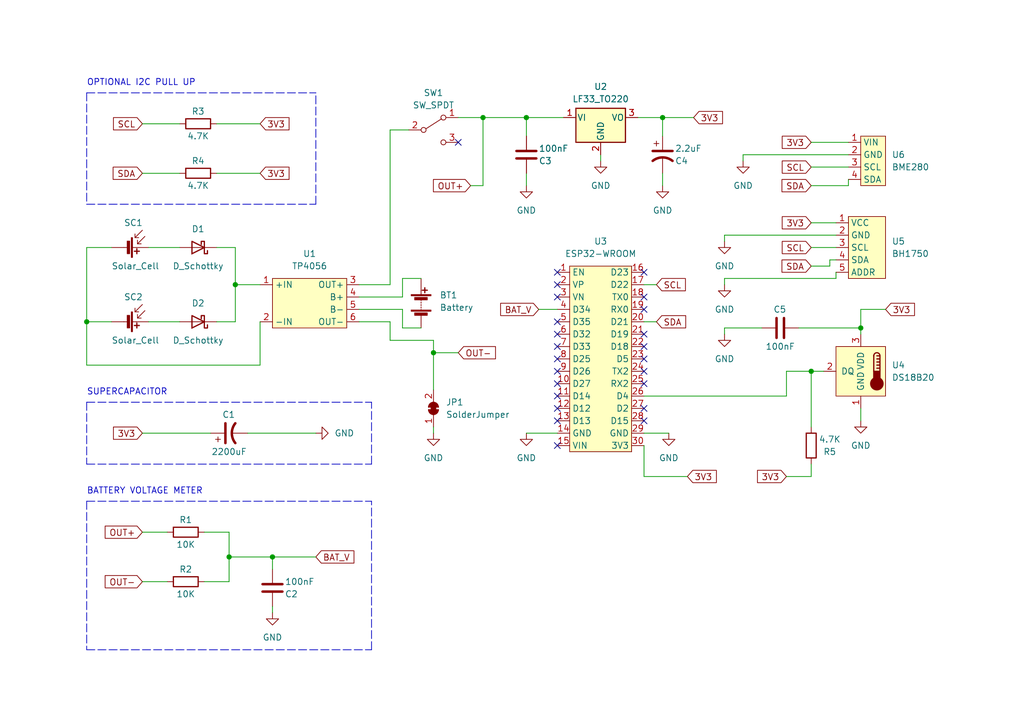
<source format=kicad_sch>
(kicad_sch (version 20211123) (generator eeschema)
  (paper "A5")
  (title_block (title "Meteo Station") (date "2022-01-24") (rev "1.0") (company "Author: alicja.space"))
  (lib_symbols
    (symbol "Device:Battery" (pin_numbers hide) (pin_names (offset 0) hide)
      (property "Reference" "BT" (at 2.54 2.54 0))
      (property "Value" "Battery" (at 2.54 0 0))
      (symbol "Battery_0_1"
        (rectangle (start -2.032 -1.397) (end 2.032 -1.651) (fill (type outline)))
        (rectangle (start -2.032 1.778) (end 2.032 1.524) (fill (type outline)))
        (rectangle (start -1.3208 -1.9812) (end 1.27 -2.4892) (fill (type outline)))
        (rectangle (start -1.3208 1.1938) (end 1.27 0.6858) (fill (type outline)))
        (polyline (pts (xy 0 -1.524) (xy 0 -1.27)))
        (polyline (pts (xy 0 -1.016) (xy 0 -0.762)))
        (polyline (pts (xy 0 -0.508) (xy 0 -0.254)))
        (polyline (pts (xy 0 0) (xy 0 0.254)))
        (polyline (pts (xy 0 0.508) (xy 0 0.762)))
        (polyline (pts (xy 0 1.778) (xy 0 2.54)))
        (polyline (pts (xy 0.254 2.667) (xy 1.27 2.667)) (stroke (width 0.254)))
        (polyline (pts (xy 0.762 3.175) (xy 0.762 2.159)) (stroke (width 0.254)))
      )
      (symbol "Battery_1_1"
        (pin passive line (at 0 5.08 270) (length 2.54) (name "+") (number "1"))
        (pin passive line (at 0 -5.08 90) (length 2.54) (name "-") (number "2"))
      )
    )
    (symbol "Device:C" (pin_numbers hide) (pin_names (offset 0.254))
      (property "Reference" "C" (at 0.635 2.54 0))
      (property "Value" "C" (at 0.635 -2.54 0))
      (symbol "C_0_1"
        (polyline (pts (xy -2.032 -0.762) (xy 2.032 -0.762)) (stroke (width 0.508)))
        (polyline (pts (xy -2.032 0.762) (xy 2.032 0.762)) (stroke (width 0.508)))
      )
      (symbol "C_1_1"
        (pin passive line (at 0 3.81 270) (length 2.794) (name "~") (number "1"))
        (pin passive line (at 0 -3.81 90) (length 2.794) (name "~") (number "2"))
      )
    )
    (symbol "Device:C_Polarized_US" (pin_numbers hide) (pin_names (offset 0.254) hide)
      (property "Reference" "C" (at 0.635 2.54 0))
      (property "Value" "C_Polarized_US" (at 0.635 -2.54 0))
      (symbol "C_Polarized_US_0_1"
        (polyline (pts (xy -2.032 0.762) (xy 2.032 0.762)) (stroke (width 0.508)))
        (polyline (pts (xy -1.778 2.286) (xy -0.762 2.286)))
        (polyline (pts (xy -1.27 1.778) (xy -1.27 2.794)))
        (arc (start 2.032 -1.27) (mid 0 -0.5572) (end -2.032 -1.27) (stroke (width 0.508)))
      )
      (symbol "C_Polarized_US_1_1"
        (pin passive line (at 0 3.81 270) (length 2.794) (name "~") (number "1"))
        (pin passive line (at 0 -3.81 90) (length 3.302) (name "~") (number "2"))
      )
    )
    (symbol "Device:D_Schottky" (pin_numbers hide) (pin_names (offset 1.016) hide)
      (property "Reference" "D" (at 0 2.54 0))
      (property "Value" "D_Schottky" (at 0 -2.54 0))
      (symbol "D_Schottky_0_1"
        (polyline (pts (xy 1.27 0) (xy -1.27 0)))
        (polyline (pts (xy 1.27 1.27) (xy 1.27 -1.27) (xy -1.27 0) (xy 1.27 1.27)) (stroke (width 0.254)))
        (polyline (pts (xy -1.905 0.635) (xy -1.905 1.27) (xy -1.27 1.27) (xy -1.27 -1.27) (xy -0.635 -1.27) (xy -0.635 -0.635)) (stroke (width 0.254)))
      )
      (symbol "D_Schottky_1_1"
        (pin passive line (at -3.81 0 0) (length 2.54) (name "K") (number "1"))
        (pin passive line (at 3.81 0 180) (length 2.54) (name "A") (number "2"))
      )
    )
    (symbol "Device:R" (pin_numbers hide) (pin_names (offset 0))
      (property "Reference" "R" (at 2.032 0 90))
      (property "Value" "R" (at 0 0 90))
      (symbol "R_0_1"
        (rectangle (start -1.016 -2.54) (end 1.016 2.54) (stroke (width 0.254)))
      )
      (symbol "R_1_1"
        (pin passive line (at 0 3.81 270) (length 1.27) (name "~") (number "1"))
        (pin passive line (at 0 -3.81 90) (length 1.27) (name "~") (number "2"))
      )
    )
    (symbol "Device:Solar_Cell" (pin_numbers hide) (pin_names (offset 0) hide)
      (property "Reference" "SC" (at 2.54 2.54 0))
      (property "Value" "Solar_Cell" (at 2.54 0 0))
      (symbol "Solar_Cell_0_1"
        (rectangle (start -2.032 1.778) (end 2.032 1.524) (fill (type outline)))
        (rectangle (start -1.3208 1.1938) (end 1.27 0.6858) (fill (type outline)))
        (polyline (pts (xy -2.032 2.286) (xy -3.556 3.81)))
        (polyline (pts (xy -0.762 2.794) (xy -2.286 4.318)))
        (polyline (pts (xy 0 0.762) (xy 0 0)))
        (polyline (pts (xy 0 1.778) (xy 0 2.54)))
        (polyline (pts (xy 0.254 2.667) (xy 1.27 2.667)) (stroke (width 0.254)))
        (polyline (pts (xy 0.762 3.175) (xy 0.762 2.159)) (stroke (width 0.254)))
        (polyline (pts (xy -2.032 3.048) (xy -2.032 2.286) (xy -2.794 2.286)))
        (polyline (pts (xy -0.762 3.556) (xy -0.762 2.794) (xy -1.524 2.794)))
      )
      (symbol "Solar_Cell_1_1"
        (pin passive line (at 0 5.08 270) (length 2.54) (name "+") (number "1"))
        (pin passive line (at 0 -2.54 90) (length 2.54) (name "-") (number "2"))
      )
    )
    (symbol "Jumper:SolderJumper_2_Bridged" (pin_names (offset 0) hide)
      (property "Reference" "JP" (at 0 2.032 0))
      (property "Value" "SolderJumper_2_Bridged" (at 0 -2.54 0))
      (symbol "SolderJumper_2_Bridged_0_1"
        (rectangle (start -0.508 0.508) (end 0.508 -0.508) (fill (type outline)))
        (arc (start -0.254 1.016) (mid -1.27 0) (end -0.254 -1.016))
        (arc (start -0.254 1.016) (mid -1.27 0) (end -0.254 -1.016) (fill (type outline)))
        (polyline (pts (xy -0.254 1.016) (xy -0.254 -1.016)))
        (polyline (pts (xy 0.254 1.016) (xy 0.254 -1.016)))
        (arc (start 0.254 -1.016) (mid 1.27 0) (end 0.254 1.016))
        (arc (start 0.254 -1.016) (mid 1.27 0) (end 0.254 1.016) (fill (type outline)))
      )
      (symbol "SolderJumper_2_Bridged_1_1"
        (pin passive line (at -3.81 0 0) (length 2.54) (name "A") (number "1"))
        (pin passive line (at 3.81 0 180) (length 2.54) (name "B") (number "2"))
      )
    )
    (symbol "Switch:SW_SPDT" (pin_names (offset 0) hide)
      (property "Reference" "SW" (at 0 4.318 0))
      (property "Value" "SW_SPDT" (at 0 -5.08 0))
      (symbol "SW_SPDT_0_0"
        (circle (center -2.032 0) (radius 0.508))
        (circle (center 2.032 -2.54) (radius 0.508))
      )
      (symbol "SW_SPDT_0_1"
        (polyline (pts (xy -1.524 0.254) (xy 1.651 2.286)))
        (circle (center 2.032 2.54) (radius 0.508))
      )
      (symbol "SW_SPDT_1_1"
        (pin passive line (at 5.08 2.54 180) (length 2.54) (name "A") (number "1"))
        (pin passive line (at -5.08 0 0) (length 2.54) (name "B") (number "2"))
        (pin passive line (at 5.08 -2.54 180) (length 2.54) (name "C") (number "3"))
      )
    )
    (symbol "meteo_station_symbols:BH1750"
      (property "Reference" "U" (at 0 8.89 0))
      (property "Value" "BH1750" (at 0 6.35 0))
      (symbol "BH1750_0_1"
        (rectangle (start -3.81 3.81) (end 3.81 -8.89) (fill (type background)))
      )
      (symbol "BH1750_1_1"
        (pin power_in line (at -6.35 2.54 0) (length 2.54) (name "VCC") (number "1"))
        (pin power_in line (at -6.35 0 0) (length 2.54) (name "GND") (number "2"))
        (pin bidirectional line (at -6.35 -2.54 0) (length 2.54) (name "SCL") (number "3"))
        (pin bidirectional line (at -6.35 -5.08 0) (length 2.54) (name "SDA") (number "4"))
        (pin passive line (at -6.35 -7.62 0) (length 2.54) (name "ADDR") (number "5"))
      )
    )
    (symbol "meteo_station_symbols:BME280"
      (property "Reference" "U" (at 0 7.62 0))
      (property "Value" "BME280" (at 0 5.08 0))
      (symbol "BME280_0_1"
        (rectangle (start -2.54 2.54) (end 2.54 -7.62) (fill (type background)))
      )
      (symbol "BME280_1_1"
        (pin power_in line (at 5.08 1.27 180) (length 2.54) (name "VIN") (number "1"))
        (pin power_in line (at 5.08 -1.27 180) (length 2.54) (name "GND") (number "2"))
        (pin bidirectional line (at 5.08 -3.81 180) (length 2.54) (name "SCL") (number "3"))
        (pin bidirectional line (at 5.08 -6.35 180) (length 2.54) (name "SDA") (number "4"))
      )
    )
    (symbol "meteo_station_symbols:DS18B20" (pin_names (offset 1.016))
      (property "Reference" "U" (at -3.81 6.35 0))
      (property "Value" "DS18B20" (at 6.35 6.35 0))
      (symbol "DS18B20_0_1"
        (rectangle (start -5.08 5.08) (end 5.08 -5.08) (fill (type background)))
        (circle (center -3.302 -2.54) (radius 1.27) (stroke (width 0.254)) (fill (type outline)))
        (rectangle (start -2.667 -1.905) (end -3.937 0) (stroke (width 0.254)) (fill (type outline)))
        (arc (start -2.667 3.175) (mid -3.302 3.81) (end -3.937 3.175) (stroke (width 0.254)))
        (polyline (pts (xy -3.937 0.635) (xy -3.302 0.635)) (stroke (width 0.254)))
        (polyline (pts (xy -3.937 1.27) (xy -3.302 1.27)) (stroke (width 0.254)))
        (polyline (pts (xy -3.937 1.905) (xy -3.302 1.905)) (stroke (width 0.254)))
        (polyline (pts (xy -3.937 2.54) (xy -3.302 2.54)) (stroke (width 0.254)))
        (polyline (pts (xy -3.937 3.175) (xy -3.937 0)) (stroke (width 0.254)))
        (polyline (pts (xy -3.937 3.175) (xy -3.302 3.175)) (stroke (width 0.254)))
        (polyline (pts (xy -2.667 3.175) (xy -2.667 0)) (stroke (width 0.254)))
      )
      (symbol "DS18B20_1_1"
        (pin power_in line (at 0 -7.62 90) (length 2.54) (name "GND") (number "1"))
        (pin bidirectional line (at 7.62 0 180) (length 2.54) (name "DQ") (number "2"))
        (pin power_in line (at 0 7.62 270) (length 2.54) (name "VDD") (number "3"))
      )
    )
    (symbol "meteo_station_symbols:ESP32-WROOM"
      (property "Reference" "U" (at 0 12.7 0))
      (property "Value" "ESP32-WROOM" (at 0 10.16 0))
      (symbol "ESP32-WROOM_0_1"
        (rectangle (start -6.35 6.35) (end 6.35 -31.75) (fill (type background)))
      )
      (symbol "ESP32-WROOM_1_1"
        (pin bidirectional line (at -8.89 5.08 0) (length 2.54) (name "EN") (number "1"))
        (pin bidirectional line (at -8.89 -17.78 0) (length 2.54) (name "D27") (number "10"))
        (pin bidirectional line (at -8.89 -20.32 0) (length 2.54) (name "D14") (number "11"))
        (pin bidirectional line (at -8.89 -22.86 0) (length 2.54) (name "D12") (number "12"))
        (pin bidirectional line (at -8.89 -25.4 0) (length 2.54) (name "D13") (number "13"))
        (pin passive line (at -8.89 -27.94 0) (length 2.54) (name "GND") (number "14"))
        (pin passive line (at -8.89 -30.48 0) (length 2.54) (name "VIN") (number "15"))
        (pin bidirectional line (at 8.89 5.08 180) (length 2.54) (name "D23") (number "16"))
        (pin bidirectional line (at 8.89 2.54 180) (length 2.54) (name "D22") (number "17"))
        (pin bidirectional line (at 8.89 0 180) (length 2.54) (name "TX0") (number "18"))
        (pin bidirectional line (at 8.89 -2.54 180) (length 2.54) (name "RX0") (number "19"))
        (pin bidirectional line (at -8.89 2.54 0) (length 2.54) (name "VP") (number "2"))
        (pin bidirectional line (at 8.89 -5.08 180) (length 2.54) (name "D21") (number "20"))
        (pin bidirectional line (at 8.89 -7.62 180) (length 2.54) (name "D19") (number "21"))
        (pin bidirectional line (at 8.89 -10.16 180) (length 2.54) (name "D18") (number "22"))
        (pin bidirectional line (at 8.89 -12.7 180) (length 2.54) (name "D5") (number "23"))
        (pin bidirectional line (at 8.89 -15.24 180) (length 2.54) (name "TX2") (number "24"))
        (pin bidirectional line (at 8.89 -17.78 180) (length 2.54) (name "RX2") (number "25"))
        (pin bidirectional line (at 8.89 -20.32 180) (length 2.54) (name "D4") (number "26"))
        (pin bidirectional line (at 8.89 -22.86 180) (length 2.54) (name "D2") (number "27"))
        (pin bidirectional line (at 8.89 -25.4 180) (length 2.54) (name "D15") (number "28"))
        (pin power_in line (at 8.89 -27.94 180) (length 2.54) (name "GND") (number "29"))
        (pin bidirectional line (at -8.89 0 0) (length 2.54) (name "VN") (number "3"))
        (pin power_out line (at 8.89 -30.48 180) (length 2.54) (name "3V3") (number "30"))
        (pin bidirectional line (at -8.89 -2.54 0) (length 2.54) (name "D34") (number "4"))
        (pin bidirectional line (at -8.89 -5.08 0) (length 2.54) (name "D35") (number "5"))
        (pin bidirectional line (at -8.89 -7.62 0) (length 2.54) (name "D32") (number "6"))
        (pin bidirectional line (at -8.89 -10.16 0) (length 2.54) (name "D33") (number "7"))
        (pin bidirectional line (at -8.89 -12.7 0) (length 2.54) (name "D25") (number "8"))
        (pin bidirectional line (at -8.89 -15.24 0) (length 2.54) (name "D26") (number "9"))
      )
    )
    (symbol "meteo_station_symbols:LF33_TO220" (pin_names (offset 0.254))
      (property "Reference" "U" (at -3.81 3.175 0))
      (property "Value" "LF33_TO220" (at 0 3.175 0))
      (symbol "LF33_TO220_0_1"
        (rectangle (start -5.08 1.905) (end 5.08 -5.08) (stroke (width 0.254)) (fill (type background)))
      )
      (symbol "LF33_TO220_1_1"
        (pin passive line (at -7.62 0 0) (length 2.54) (name "VI") (number "1"))
        (pin power_in line (at 0 -7.62 90) (length 2.54) (name "GND") (number "2"))
        (pin passive line (at 7.62 0 180) (length 2.54) (name "VO") (number "3"))
      )
    )
    (symbol "meteo_station_symbols:TP4056"
      (property "Reference" "U" (at 0 10.16 0))
      (property "Value" "TP4056" (at 0 7.62 0))
      (symbol "TP4056_0_1"
        (rectangle (start -7.62 5.08) (end 7.62 -5.08) (fill (type background)))
      )
      (symbol "TP4056_1_1"
        (pin passive line (at -10.16 3.81 0) (length 2.54) (name "+IN") (number "1"))
        (pin passive line (at -10.16 -3.81 0) (length 2.54) (name "-IN") (number "2"))
        (pin power_out line (at 10.16 3.81 180) (length 2.54) (name "OUT+") (number "3"))
        (pin power_out line (at 10.16 1.27 180) (length 2.54) (name "B+") (number "4"))
        (pin power_out line (at 10.16 -1.27 180) (length 2.54) (name "B-") (number "5"))
        (pin power_out line (at 10.16 -3.81 180) (length 2.54) (name "OUT-") (number "6"))
      )
    )
    (symbol "power:GND" (power) (pin_names (offset 0))
      (property "Value" "GND" (at 0 -3.81 0))
      (symbol "GND_0_1"
        (polyline (pts (xy 0 0) (xy 0 -1.27) (xy 1.27 -1.27) (xy 0 -2.54) (xy -1.27 -1.27) (xy 0 -1.27)))
      )
      (symbol "GND_1_1"
        (pin power_in line (at 0 0 270) (length 0) hide (name "GND") (number "1"))
      )
    )
  )
  (junction (at 46.99 114.3))
  (junction (at 88.9 72.39))
  (junction (at 48.26 58.42))
  (junction (at 107.95 24.13))
  (junction (at 55.88 114.3))
  (junction (at 17.78 66.04))
  (junction (at 99.06 24.13))
  (junction (at 135.89 24.13))
  (junction (at 166.37 76.2))
  (junction (at 176.53 67.31))
  (no_connect (at 93.98 29.21))
  (no_connect (at 114.3 91.44))
  (no_connect (at 132.08 68.58))
  (no_connect (at 132.08 76.2))
  (no_connect (at 132.08 78.74))
  (no_connect (at 132.08 55.88))
  (no_connect (at 114.3 55.88))
  (no_connect (at 132.08 63.5))
  (no_connect (at 132.08 60.96))
  (no_connect (at 114.3 81.28))
  (no_connect (at 114.3 73.66))
  (no_connect (at 114.3 76.2))
  (no_connect (at 114.3 78.74))
  (no_connect (at 114.3 83.82))
  (no_connect (at 132.08 83.82))
  (no_connect (at 132.08 73.66))
  (no_connect (at 132.08 71.12))
  (no_connect (at 114.3 71.12))
  (no_connect (at 114.3 86.36))
  (no_connect (at 114.3 58.42))
  (no_connect (at 114.3 60.96))
  (no_connect (at 114.3 66.04))
  (no_connect (at 114.3 68.58))
  (no_connect (at 132.08 86.36))
  (polyline (pts (xy 17.78 19.05) (xy 17.78 41.91)))
  (wire (pts (xy 30.48 66.04) (xy 36.83 66.04)))
  (wire (pts (xy 161.29 76.2) (xy 161.29 81.28)))
  (wire (pts (xy 166.37 95.25) (xy 166.37 97.79)))
  (polyline (pts (xy 17.78 19.05) (xy 64.77 19.05)))
  (wire (pts (xy 29.21 35.56) (xy 36.83 35.56)))
  (wire (pts (xy 170.18 53.34) (xy 171.45 53.34)))
  (wire (pts (xy 50.8 88.9) (xy 64.77 88.9)))
  (wire (pts (xy 166.37 54.61) (xy 170.18 54.61)))
  (wire (pts (xy 132.08 66.04) (xy 134.62 66.04)))
  (wire (pts (xy 29.21 25.4) (xy 36.83 25.4)))
  (wire (pts (xy 166.37 29.21) (xy 173.99 29.21)))
  (wire (pts (xy 148.59 67.31) (xy 148.59 68.58)))
  (wire (pts (xy 135.89 24.13) (xy 142.24 24.13)))
  (wire (pts (xy 73.66 60.96) (xy 82.55 60.96)))
  (wire (pts (xy 99.06 24.13) (xy 107.95 24.13)))
  (wire (pts (xy 44.45 25.4) (xy 53.34 25.4)))
  (wire (pts (xy 148.59 67.31) (xy 156.21 67.31)))
  (wire (pts (xy 44.45 66.04) (xy 48.26 66.04)))
  (wire (pts (xy 148.59 57.15) (xy 148.59 58.42)))
  (wire (pts (xy 55.88 114.3) (xy 64.77 114.3)))
  (wire (pts (xy 48.26 58.42) (xy 53.34 58.42)))
  (wire (pts (xy 53.34 66.04) (xy 53.34 74.93)))
  (wire (pts (xy 48.26 50.8) (xy 48.26 58.42)))
  (wire (pts (xy 132.08 88.9) (xy 137.16 88.9)))
  (wire (pts (xy 73.66 66.04) (xy 80.01 66.04)))
  (wire (pts (xy 107.95 24.13) (xy 115.57 24.13)))
  (wire (pts (xy 46.99 109.22) (xy 46.99 114.3)))
  (wire (pts (xy 96.52 38.1) (xy 99.06 38.1)))
  (wire (pts (xy 80.01 26.67) (xy 80.01 58.42)))
  (wire (pts (xy 55.88 124.46) (xy 55.88 125.73)))
  (wire (pts (xy 166.37 34.29) (xy 173.99 34.29)))
  (wire (pts (xy 88.9 72.39) (xy 93.98 72.39)))
  (wire (pts (xy 166.37 50.8) (xy 171.45 50.8)))
  (wire (pts (xy 123.19 31.75) (xy 123.19 33.02)))
  (wire (pts (xy 132.08 97.79) (xy 140.97 97.79)))
  (polyline (pts (xy 76.2 133.35) (xy 76.2 102.87)))
  (polyline (pts (xy 17.78 95.25) (xy 76.2 95.25)))
  (polyline (pts (xy 17.78 102.87) (xy 76.2 102.87)))
  (wire (pts (xy 46.99 119.38) (xy 41.91 119.38)))
  (wire (pts (xy 163.83 67.31) (xy 176.53 67.31)))
  (polyline (pts (xy 17.78 41.91) (xy 64.77 41.91)))
  (wire (pts (xy 80.01 66.04) (xy 80.01 69.85)))
  (wire (pts (xy 82.55 57.15) (xy 86.36 57.15)))
  (wire (pts (xy 41.91 109.22) (xy 46.99 109.22)))
  (wire (pts (xy 135.89 27.94) (xy 135.89 24.13)))
  (wire (pts (xy 17.78 74.93) (xy 17.78 66.04)))
  (wire (pts (xy 166.37 38.1) (xy 173.99 38.1)))
  (wire (pts (xy 88.9 72.39) (xy 88.9 80.01)))
  (wire (pts (xy 73.66 63.5) (xy 82.55 63.5)))
  (polyline (pts (xy 17.78 102.87) (xy 17.78 133.35)))
  (polyline (pts (xy 17.78 133.35) (xy 76.2 133.35)))
  (wire (pts (xy 29.21 88.9) (xy 43.18 88.9)))
  (wire (pts (xy 73.66 58.42) (xy 80.01 58.42)))
  (wire (pts (xy 176.53 83.82) (xy 176.53 86.36)))
  (wire (pts (xy 17.78 66.04) (xy 22.86 66.04)))
  (wire (pts (xy 152.4 31.75) (xy 152.4 33.02)))
  (polyline (pts (xy 76.2 95.25) (xy 76.2 82.55)))
  (wire (pts (xy 173.99 38.1) (xy 173.99 36.83)))
  (wire (pts (xy 176.53 63.5) (xy 181.61 63.5)))
  (wire (pts (xy 17.78 50.8) (xy 17.78 66.04)))
  (wire (pts (xy 93.98 24.13) (xy 99.06 24.13)))
  (wire (pts (xy 86.36 67.31) (xy 82.55 67.31)))
  (wire (pts (xy 166.37 76.2) (xy 168.91 76.2)))
  (wire (pts (xy 148.59 57.15) (xy 171.45 57.15)))
  (wire (pts (xy 148.59 48.26) (xy 148.59 49.53)))
  (wire (pts (xy 83.82 26.67) (xy 80.01 26.67)))
  (wire (pts (xy 166.37 45.72) (xy 171.45 45.72)))
  (wire (pts (xy 46.99 114.3) (xy 55.88 114.3)))
  (wire (pts (xy 132.08 58.42) (xy 134.62 58.42)))
  (polyline (pts (xy 17.78 82.55) (xy 17.78 95.25)))
  (wire (pts (xy 29.21 109.22) (xy 34.29 109.22)))
  (wire (pts (xy 17.78 74.93) (xy 53.34 74.93)))
  (wire (pts (xy 55.88 114.3) (xy 55.88 116.84)))
  (wire (pts (xy 22.86 50.8) (xy 17.78 50.8)))
  (wire (pts (xy 171.45 55.88) (xy 171.45 57.15)))
  (wire (pts (xy 46.99 114.3) (xy 46.99 119.38)))
  (wire (pts (xy 110.49 63.5) (xy 114.3 63.5)))
  (wire (pts (xy 148.59 48.26) (xy 171.45 48.26)))
  (wire (pts (xy 48.26 50.8) (xy 44.45 50.8)))
  (polyline (pts (xy 17.78 82.55) (xy 76.2 82.55)))
  (wire (pts (xy 107.95 88.9) (xy 114.3 88.9)))
  (wire (pts (xy 166.37 76.2) (xy 166.37 87.63)))
  (wire (pts (xy 107.95 35.56) (xy 107.95 38.1)))
  (wire (pts (xy 107.95 24.13) (xy 107.95 27.94)))
  (wire (pts (xy 161.29 97.79) (xy 166.37 97.79)))
  (wire (pts (xy 173.99 31.75) (xy 152.4 31.75)))
  (polyline (pts (xy 64.77 41.91) (xy 64.77 19.05)))
  (wire (pts (xy 132.08 91.44) (xy 132.08 97.79)))
  (wire (pts (xy 135.89 35.56) (xy 135.89 38.1)))
  (wire (pts (xy 132.08 81.28) (xy 161.29 81.28)))
  (wire (pts (xy 176.53 63.5) (xy 176.53 67.31)))
  (wire (pts (xy 161.29 76.2) (xy 166.37 76.2)))
  (wire (pts (xy 176.53 67.31) (xy 176.53 68.58)))
  (wire (pts (xy 82.55 60.96) (xy 82.55 57.15)))
  (wire (pts (xy 29.21 119.38) (xy 34.29 119.38)))
  (wire (pts (xy 99.06 24.13) (xy 99.06 38.1)))
  (wire (pts (xy 88.9 69.85) (xy 88.9 72.39)))
  (wire (pts (xy 44.45 35.56) (xy 53.34 35.56)))
  (wire (pts (xy 80.01 69.85) (xy 88.9 69.85)))
  (wire (pts (xy 170.18 54.61) (xy 170.18 53.34)))
  (wire (pts (xy 30.48 50.8) (xy 36.83 50.8)))
  (wire (pts (xy 82.55 67.31) (xy 82.55 63.5)))
  (wire (pts (xy 48.26 66.04) (xy 48.26 58.42)))
  (wire (pts (xy 130.81 24.13) (xy 135.89 24.13)))
  (wire (pts (xy 88.9 87.63) (xy 88.9 88.9)))
  (text "OPTIONAL I2C PULL UP" (at 17.78 17.78 0) (effects (font (size 1.27 1.27)) (justify left bottom)))
  (text "SUPERCAPACITOR" (at 17.78 81.28 0) (effects (font (size 1.27 1.27)) (justify left bottom)))
  (text "BATTERY VOLTAGE METER" (at 17.78 101.6 0) (effects (font (size 1.27 1.27)) (justify left bottom)))
  (global_label "SCL" (shape input) (at 29.21 25.4 180) (property "Intersheet References" "${INTERSHEET_REFS}" (effects hide)))
  (global_label "3V3" (shape input) (at 53.34 35.56 0) (property "Intersheet References" "${INTERSHEET_REFS}" (effects hide)))
  (global_label "3V3" (shape input) (at 142.24 24.13 0) (property "Intersheet References" "${INTERSHEET_REFS}" (effects hide)))
  (global_label "SDA" (shape input) (at 29.21 35.56 180) (property "Intersheet References" "${INTERSHEET_REFS}" (effects hide)))
  (global_label "3V3" (shape input) (at 161.29 97.79 180) (property "Intersheet References" "${INTERSHEET_REFS}" (effects hide)))
  (global_label "SDA" (shape input) (at 166.37 38.1 180) (property "Intersheet References" "${INTERSHEET_REFS}" (effects hide)))
  (global_label "3V3" (shape input) (at 29.21 88.9 180) (property "Intersheet References" "${INTERSHEET_REFS}" (effects hide)))
  (global_label "OUT+" (shape input) (at 29.21 109.22 180) (property "Intersheet References" "${INTERSHEET_REFS}" (effects hide)))
  (global_label "3V3" (shape input) (at 166.37 29.21 180) (property "Intersheet References" "${INTERSHEET_REFS}" (effects hide)))
  (global_label "OUT-" (shape input) (at 93.98 72.39 0) (property "Intersheet References" "${INTERSHEET_REFS}" (effects hide)))
  (global_label "OUT+" (shape input) (at 96.52 38.1 180) (property "Intersheet References" "${INTERSHEET_REFS}" (effects hide)))
  (global_label "3V3" (shape input) (at 166.37 45.72 180) (property "Intersheet References" "${INTERSHEET_REFS}" (effects hide)))
  (global_label "3V3" (shape input) (at 181.61 63.5 0) (property "Intersheet References" "${INTERSHEET_REFS}" (effects hide)))
  (global_label "SDA" (shape input) (at 134.62 66.04 0) (property "Intersheet References" "${INTERSHEET_REFS}" (effects hide)))
  (global_label "SCL" (shape input) (at 134.62 58.42 0) (property "Intersheet References" "${INTERSHEET_REFS}" (effects hide)))
  (global_label "BAT_V" (shape input) (at 110.49 63.5 180) (property "Intersheet References" "${INTERSHEET_REFS}" (effects hide)))
  (global_label "3V3" (shape input) (at 53.34 25.4 0) (property "Intersheet References" "${INTERSHEET_REFS}" (effects hide)))
  (global_label "OUT-" (shape input) (at 29.21 119.38 180) (property "Intersheet References" "${INTERSHEET_REFS}" (effects hide)))
  (global_label "SCL" (shape input) (at 166.37 34.29 180) (property "Intersheet References" "${INTERSHEET_REFS}" (effects hide)))
  (global_label "SDA" (shape input) (at 166.37 54.61 180) (property "Intersheet References" "${INTERSHEET_REFS}" (effects hide)))
  (global_label "3V3" (shape input) (at 140.97 97.79 0) (property "Intersheet References" "${INTERSHEET_REFS}" (effects hide)))
  (global_label "BAT_V" (shape input) (at 64.77 114.3 0) (property "Intersheet References" "${INTERSHEET_REFS}" (effects hide)))
  (global_label "SCL" (shape input) (at 166.37 50.8 180) (property "Intersheet References" "${INTERSHEET_REFS}" (effects hide)))
  (symbol (lib_id "Device:R") (at 38.1 119.38 270) (unit 1)
    (property "Reference" "R2" (at 38.1 116.84 90))
    (property "Value" "10K" (at 38.1 121.92 90))
    (property "Footprint" "Resistor_SMD:R_0603_1608Metric" (effects hide))
  )
  (symbol (lib_id "power:GND") (at 137.16 88.9 0) (unit 1)
    (property "Reference" "#PWR08" (effects hide))
    (property "Value" "GND" (at 137.16 93.98 0))
  )
  (symbol (lib_id "Device:C_Polarized_US") (at 46.99 88.9 90) (unit 1)
    (property "Reference" "C1" (at 48.26 85.09 90) (effects (justify left)))
    (property "Value" "2200uF" (at 46.99 92.71 90))
    (property "Footprint" "Capacitor_THT:CP_Radial_D10.0mm_P5.00mm" (effects hide))
  )
  (symbol (lib_id "meteo_station_symbols:TP4056") (at 63.5 62.23 0) (unit 1)
    (property "Reference" "U1" (at 63.5 52.07 0))
    (property "Value" "TP4056" (at 63.5 54.61 0))
    (property "Footprint" "meteo_station_footprints:TP4056" (effects hide))
  )
  (symbol (lib_id "power:GND") (at 148.59 58.42 0) (unit 1)
    (property "Reference" "#PWR010" (effects hide))
    (property "Value" "GND" (at 148.59 63.5 0))
  )
  (symbol (lib_id "Device:R") (at 40.64 35.56 270) (unit 1)
    (property "Reference" "R4" (at 40.64 33.02 90))
    (property "Value" "4.7K" (at 40.64 38.1 90))
    (property "Footprint" "Resistor_SMD:R_0603_1608Metric" (effects hide))
  )
  (symbol (lib_id "Device:Solar_Cell") (at 25.4 66.04 270) (unit 1)
    (property "Reference" "SC2" (at 25.4 60.96 90) (effects (justify left)))
    (property "Value" "Solar_Cell" (at 22.86 69.85 90) (effects (justify left)))
    (property "Footprint" "meteo_station_footprints:SolarPanel_JST" (effects hide))
  )
  (symbol (lib_id "power:GND") (at 135.89 38.1 0) (unit 1)
    (property "Reference" "#PWR07" (effects hide))
    (property "Value" "GND" (at 135.89 43.18 0))
  )
  (symbol (lib_id "Device:Solar_Cell") (at 25.4 50.8 270) (unit 1)
    (property "Reference" "SC1" (at 25.4 45.72 90) (effects (justify left)))
    (property "Value" "Solar_Cell" (at 22.86 54.61 90) (effects (justify left)))
    (property "Footprint" "meteo_station_footprints:SolarPanel_JST" (effects hide))
  )
  (symbol (lib_id "power:GND") (at 152.4 33.02 0) (unit 1)
    (property "Reference" "#PWR012" (effects hide))
    (property "Value" "GND" (at 152.4 38.1 0))
  )
  (symbol (lib_id "power:GND") (at 107.95 88.9 0) (unit 1)
    (property "Reference" "#PWR05" (effects hide))
    (property "Value" "GND" (at 107.95 93.98 0))
  )
  (symbol (lib_id "power:GND") (at 148.59 68.58 0) (unit 1)
    (property "Reference" "#PWR011" (effects hide))
    (property "Value" "GND" (at 148.59 73.66 0))
  )
  (symbol (lib_id "Device:D_Schottky") (at 40.64 66.04 180) (unit 1)
    (property "Reference" "D2" (at 40.64 62.23 0))
    (property "Value" "D_Schottky" (at 40.64 69.85 0))
    (property "Footprint" "Diode_SMD:D_SMB" (effects hide))
  )
  (symbol (lib_id "power:GND") (at 107.95 38.1 0) (unit 1)
    (property "Reference" "#PWR04" (effects hide))
    (property "Value" "GND" (at 107.95 43.18 0))
  )
  (symbol (lib_id "Device:C") (at 55.88 120.65 0) (unit 1)
    (property "Reference" "C2" (at 58.42 121.92 0) (effects (justify left)))
    (property "Value" "100nF" (at 58.42 119.38 0) (effects (justify left)))
    (property "Footprint" "Capacitor_SMD:C_0603_1608Metric" (effects hide))
  )
  (symbol (lib_id "meteo_station_symbols:ESP32-WROOM") (at 123.19 60.96 0) (unit 1)
    (property "Reference" "U3" (at 123.19 49.53 0))
    (property "Value" "ESP32-WROOM" (at 123.19 52.07 0))
    (property "Footprint" "meteo_station_footprints:ESP32-WROOM" (effects hide))
  )
  (symbol (lib_id "Switch:SW_SPDT") (at 88.9 26.67 0) (unit 1)
    (property "Reference" "SW1" (at 88.9 19.05 0))
    (property "Value" "SW_SPDT" (at 88.9 21.59 0))
    (property "Footprint" "meteo_station_footprints:MTS102" (effects hide))
  )
  (symbol (lib_id "Device:Battery") (at 86.36 62.23 0) (unit 1)
    (property "Reference" "BT1" (at 90.17 60.5789 0) (effects (justify left)))
    (property "Value" "Battery" (at 90.17 63.1189 0) (effects (justify left)))
    (property "Footprint" "meteo_station_footprints:BatteryHolder" (effects hide))
  )
  (symbol (lib_id "power:GND") (at 176.53 86.36 0) (unit 1)
    (property "Reference" "#PWR013" (effects hide))
    (property "Value" "GND" (at 176.53 91.44 0))
  )
  (symbol (lib_id "power:GND") (at 64.77 88.9 90) (unit 1)
    (property "Reference" "#PWR02" (effects hide))
    (property "Value" "GND" (at 68.58 88.8999 90) (effects (justify right)))
  )
  (symbol (lib_id "power:GND") (at 123.19 33.02 0) (unit 1)
    (property "Reference" "#PWR06" (effects hide))
    (property "Value" "GND" (at 123.19 38.1 0))
  )
  (symbol (lib_id "power:GND") (at 148.59 49.53 0) (unit 1)
    (property "Reference" "#PWR09" (effects hide))
    (property "Value" "GND" (at 148.59 54.61 0))
  )
  (symbol (lib_id "power:GND") (at 88.9 88.9 0) (unit 1)
    (property "Reference" "#PWR03" (effects hide))
    (property "Value" "GND" (at 88.9 93.98 0))
  )
  (symbol (lib_id "Device:R") (at 40.64 25.4 270) (unit 1)
    (property "Reference" "R3" (at 40.64 22.86 90))
    (property "Value" "4.7K" (at 40.64 27.94 90))
    (property "Footprint" "Resistor_SMD:R_0603_1608Metric" (effects hide))
  )
  (symbol (lib_id "power:GND") (at 55.88 125.73 0) (unit 1)
    (property "Reference" "#PWR01" (effects hide))
    (property "Value" "GND" (at 55.88 130.81 0))
  )
  (symbol (lib_id "meteo_station_symbols:LF33_TO220") (at 123.19 24.13 0) (unit 1)
    (property "Reference" "U2" (at 123.19 17.78 0))
    (property "Value" "LF33_TO220" (at 123.19 20.32 0))
    (property "Footprint" "Package_TO_SOT_THT:TO-220-3_Horizontal_TabDown" (effects hide))
    (property "Datasheet" "http://www.st.com/content/ccc/resource/technical/document/datasheet/c4/0e/7e/2a/be/bc/4c/bd/CD00000546.pdf/files/CD00000546.pdf/jcr:content/translations/en.CD00000546.pdf" (effects hide))
  )
  (symbol (lib_id "Device:C") (at 107.95 31.75 0) (unit 1)
    (property "Reference" "C3" (at 110.49 33.02 0) (effects (justify left)))
    (property "Value" "100nF" (at 110.49 30.48 0) (effects (justify left)))
    (property "Footprint" "Capacitor_SMD:C_0603_1608Metric" (effects hide))
  )
  (symbol (lib_id "Device:C_Polarized_US") (at 135.89 31.75 0) (unit 1)
    (property "Reference" "C4" (at 138.43 33.02 0) (effects (justify left)))
    (property "Value" "2.2uF" (at 138.43 30.48 0) (effects (justify left)))
    (property "Footprint" "Capacitor_Tantalum_SMD:CP_EIA-3216-18_Kemet-A" (effects hide))
  )
  (symbol (lib_id "meteo_station_symbols:DS18B20") (at 176.53 76.2 0) (mirror y) (unit 1)
    (property "Reference" "U4" (at 182.88 74.9299 0) (effects (justify right)))
    (property "Value" "DS18B20" (at 182.88 77.4699 0) (effects (justify right)))
    (property "Footprint" "meteo_station_footprints:TO-92_Inline" (effects hide))
    (property "Datasheet" "http://datasheets.maximintegrated.com/en/ds/DS18B20.pdf" (effects hide))
  )
  (symbol (lib_id "meteo_station_symbols:BME280") (at 179.07 30.48 0) (mirror y) (unit 1)
    (property "Reference" "U6" (at 182.88 31.7499 0) (effects (justify right)))
    (property "Value" "BME280" (at 182.88 34.2899 0) (effects (justify right)))
    (property "Footprint" "meteo_station_footprints:BME280" (effects hide))
  )
  (symbol (lib_id "Device:R") (at 166.37 91.44 180) (unit 1)
    (property "Reference" "R5" (at 170.18 92.71 0))
    (property "Value" "4.7K" (at 170.18 90.17 0))
    (property "Footprint" "Resistor_SMD:R_0603_1608Metric" (effects hide))
  )
  (symbol (lib_id "Device:D_Schottky") (at 40.64 50.8 180) (unit 1)
    (property "Reference" "D1" (at 40.64 46.99 0))
    (property "Value" "D_Schottky" (at 40.64 54.61 0))
    (property "Footprint" "Diode_SMD:D_SMB" (effects hide))
  )
  (symbol (lib_id "Jumper:SolderJumper_2_Bridged") (at 88.9 83.82 90) (unit 1)
    (property "Reference" "JP1" (at 91.44 82.5499 90) (effects (justify right)))
    (property "Value" "SolderJumper" (at 91.44 85.0899 90) (effects (justify right)))
    (property "Footprint" "Jumper:SolderJumper-2_P1.3mm_Bridged_Pad1.0x1.5mm" (effects hide))
  )
  (symbol (lib_id "Device:R") (at 38.1 109.22 270) (unit 1)
    (property "Reference" "R1" (at 38.1 106.68 90))
    (property "Value" "10K" (at 38.1 111.76 90))
    (property "Footprint" "Resistor_SMD:R_0603_1608Metric" (effects hide))
  )
  (symbol (lib_id "meteo_station_symbols:BH1750") (at 177.8 48.26 0) (unit 1)
    (property "Reference" "U5" (at 182.88 49.5299 0) (effects (justify left)))
    (property "Value" "BH1750" (at 182.88 52.0699 0) (effects (justify left)))
    (property "Footprint" "meteo_station_footprints:BH1750" (effects hide))
  )
  (symbol (lib_id "Device:C") (at 160.02 67.31 90) (unit 1)
    (property "Reference" "C5" (at 161.29 63.5 90) (effects (justify left)))
    (property "Value" "100nF" (at 160.02 71.12 90))
    (property "Footprint" "Capacitor_SMD:C_0603_1608Metric" (effects hide))
  )
)
</source>
